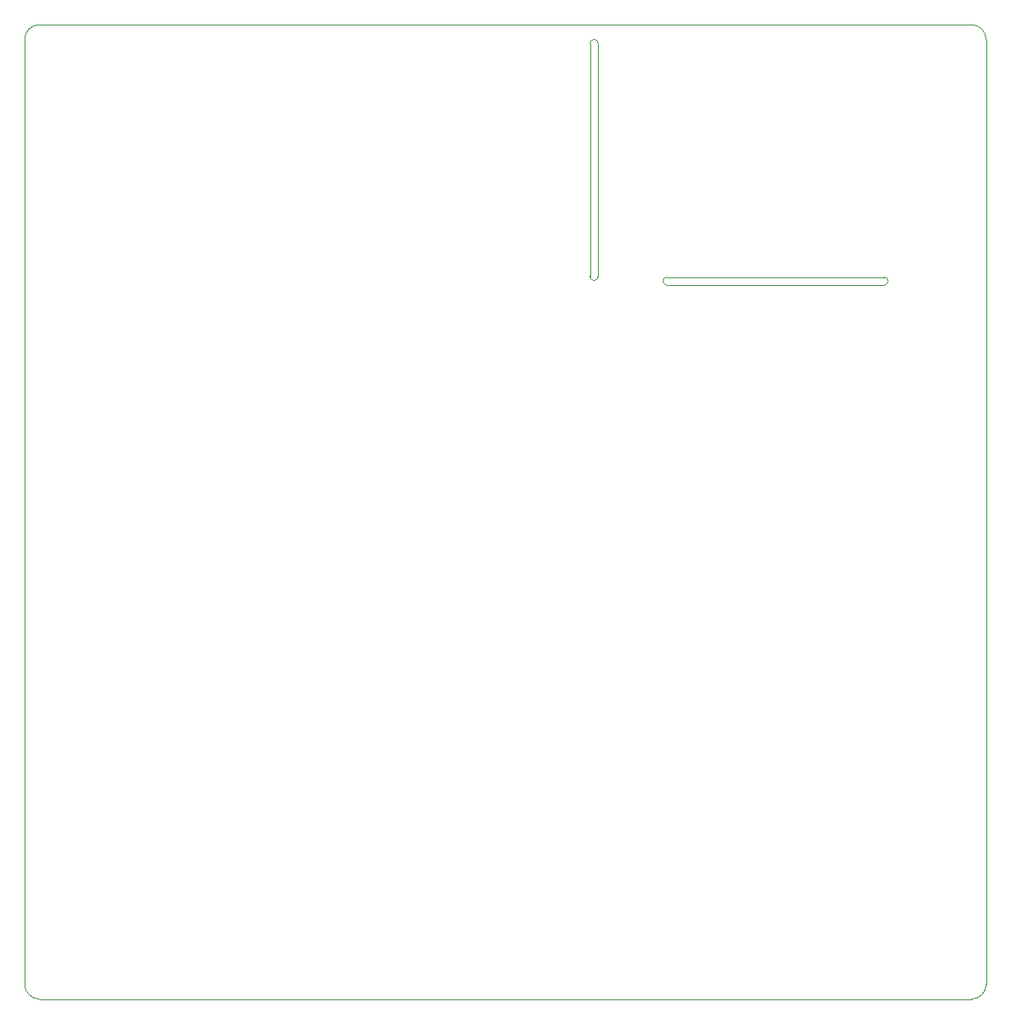
<source format=gbr>
%TF.GenerationSoftware,KiCad,Pcbnew,7.0.1*%
%TF.CreationDate,2023-04-15T09:39:37+07:00*%
%TF.ProjectId,DO_AN_DKTD,444f5f41-4e5f-4444-9b54-442e6b696361,rev?*%
%TF.SameCoordinates,Original*%
%TF.FileFunction,Profile,NP*%
%FSLAX46Y46*%
G04 Gerber Fmt 4.6, Leading zero omitted, Abs format (unit mm)*
G04 Created by KiCad (PCBNEW 7.0.1) date 2023-04-15 09:39:37*
%MOMM*%
%LPD*%
G01*
G04 APERTURE LIST*
%TA.AperFunction,Profile*%
%ADD10C,0.100000*%
%TD*%
G04 APERTURE END LIST*
D10*
X97500000Y-144250000D02*
X190500000Y-144250000D01*
X160150000Y-73000000D02*
X181800000Y-73000000D01*
X181800000Y-72200000D02*
X160150000Y-72200000D01*
X160150000Y-72200000D02*
G75*
G03*
X160150000Y-73000000I0J-400000D01*
G01*
X181800000Y-73000000D02*
G75*
G03*
X181800000Y-72200000I0J400000D01*
G01*
X190500000Y-47000000D02*
X97500000Y-47000000D01*
X97500000Y-47000000D02*
G75*
G03*
X96000000Y-48500000I0J-1500000D01*
G01*
X152450000Y-48875000D02*
X152450000Y-72125000D01*
X96000000Y-48500000D02*
X96000000Y-142750000D01*
X190500000Y-144250000D02*
G75*
G03*
X192000000Y-142750000I0J1500000D01*
G01*
X153250000Y-48875000D02*
G75*
G03*
X152450000Y-48875000I-400000J0D01*
G01*
X96000000Y-142750000D02*
G75*
G03*
X97500000Y-144250000I1500000J0D01*
G01*
X153250000Y-72125000D02*
X153250000Y-48875000D01*
X152450000Y-72125000D02*
G75*
G03*
X153250000Y-72125000I400000J0D01*
G01*
X192000000Y-142750000D02*
X192000000Y-48500000D01*
X192000000Y-48500000D02*
G75*
G03*
X190500000Y-47000000I-1500000J0D01*
G01*
M02*

</source>
